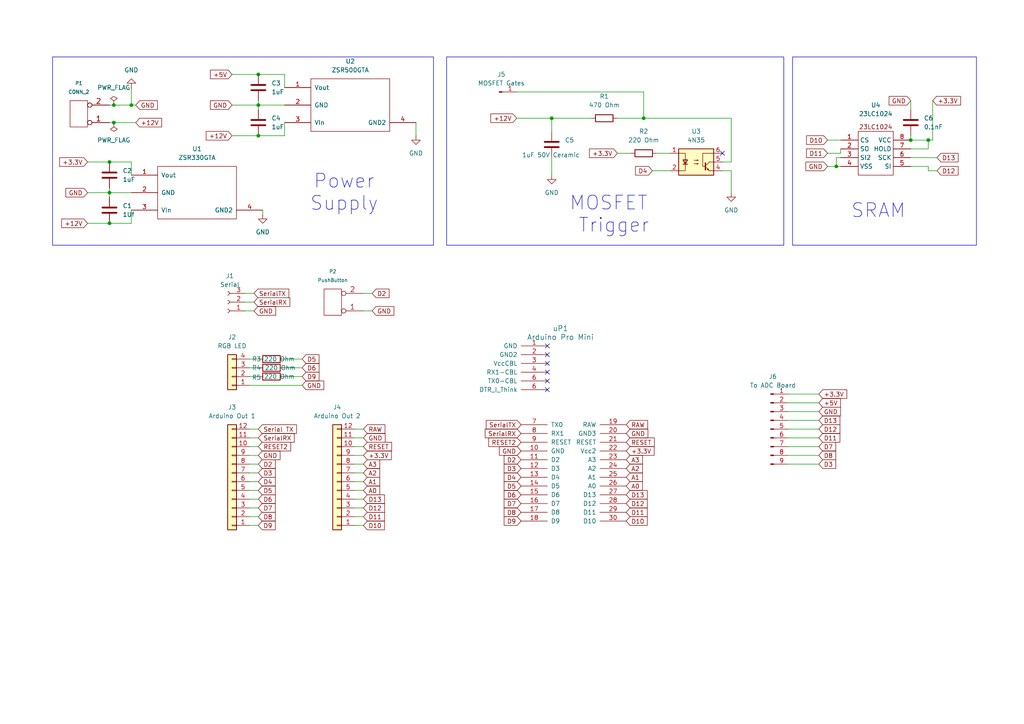
<source format=kicad_sch>
(kicad_sch (version 20231120) (generator "eeschema") (generator_version "8.0")
  (paper "A4")
  (title_block (title "PPM Pulse Controller") (date "2024-10-06") (rev "1.0") (company "Quentin McDonald"))
  (lib_symbols
    (symbol "Connector:Conn_01x01_Pin" (pin_names (offset 1.016) hide)
      (property "Reference" "J" (at 0 2.54 0))
      (property "Value" "Conn_01x01_Pin" (at 0 -2.54 0))
      (symbol "Conn_01x01_Pin_1_1"
        (polyline (pts (xy 1.27 0) (xy 0.8636 0)) (stroke (width 0.1524)))
        (rectangle (start 0.8636 0.127) (end 0 -0.127) (stroke (width 0.1524)) (fill (type outline)))
        (pin passive line (at 5.08 0 180) (length 3.81) (name "Pin_1") (number "1"))
      )
    )
    (symbol "Connector:Conn_01x03_Socket" (pin_names (offset 1.016) hide)
      (property "Reference" "J" (at 0 5.08 0))
      (property "Value" "Conn_01x03_Socket" (at 0 -5.08 0))
      (symbol "Conn_01x03_Socket_1_1"
        (arc (start 0 -2.032) (mid -0.5058 -2.54) (end 0 -3.048) (stroke (width 0.1524)))
        (polyline (pts (xy -1.27 -2.54) (xy -0.508 -2.54)) (stroke (width 0.1524)))
        (polyline (pts (xy -1.27 0) (xy -0.508 0)) (stroke (width 0.1524)))
        (polyline (pts (xy -1.27 2.54) (xy -0.508 2.54)) (stroke (width 0.1524)))
        (arc (start 0 0.508) (mid -0.5058 0) (end 0 -0.508) (stroke (width 0.1524)))
        (arc (start 0 3.048) (mid -0.5058 2.54) (end 0 2.032) (stroke (width 0.1524)))
        (pin passive line (at -5.08 2.54 0) (length 3.81) (name "Pin_1") (number "1"))
        (pin passive line (at -5.08 0 0) (length 3.81) (name "Pin_2") (number "2"))
        (pin passive line (at -5.08 -2.54 0) (length 3.81) (name "Pin_3") (number "3"))
      )
    )
    (symbol "Connector:Conn_01x09_Pin" (pin_names (offset 1.016) hide)
      (property "Reference" "J" (at 0 12.7 0))
      (property "Value" "Conn_01x09_Pin" (at 0 -12.7 0))
      (symbol "Conn_01x09_Pin_1_1"
        (polyline (pts (xy 1.27 -10.16) (xy 0.8636 -10.16)) (stroke (width 0.1524)))
        (polyline (pts (xy 1.27 -7.62) (xy 0.8636 -7.62)) (stroke (width 0.1524)))
        (polyline (pts (xy 1.27 -5.08) (xy 0.8636 -5.08)) (stroke (width 0.1524)))
        (polyline (pts (xy 1.27 -2.54) (xy 0.8636 -2.54)) (stroke (width 0.1524)))
        (polyline (pts (xy 1.27 0) (xy 0.8636 0)) (stroke (width 0.1524)))
        (polyline (pts (xy 1.27 2.54) (xy 0.8636 2.54)) (stroke (width 0.1524)))
        (polyline (pts (xy 1.27 5.08) (xy 0.8636 5.08)) (stroke (width 0.1524)))
        (polyline (pts (xy 1.27 7.62) (xy 0.8636 7.62)) (stroke (width 0.1524)))
        (polyline (pts (xy 1.27 10.16) (xy 0.8636 10.16)) (stroke (width 0.1524)))
        (rectangle (start 0.8636 -10.033) (end 0 -10.287) (stroke (width 0.1524)) (fill (type outline)))
        (rectangle (start 0.8636 -7.493) (end 0 -7.747) (stroke (width 0.1524)) (fill (type outline)))
        (rectangle (start 0.8636 -4.953) (end 0 -5.207) (stroke (width 0.1524)) (fill (type outline)))
        (rectangle (start 0.8636 -2.413) (end 0 -2.667) (stroke (width 0.1524)) (fill (type outline)))
        (rectangle (start 0.8636 0.127) (end 0 -0.127) (stroke (width 0.1524)) (fill (type outline)))
        (rectangle (start 0.8636 2.667) (end 0 2.413) (stroke (width 0.1524)) (fill (type outline)))
        (rectangle (start 0.8636 5.207) (end 0 4.953) (stroke (width 0.1524)) (fill (type outline)))
        (rectangle (start 0.8636 7.747) (end 0 7.493) (stroke (width 0.1524)) (fill (type outline)))
        (rectangle (start 0.8636 10.287) (end 0 10.033) (stroke (width 0.1524)) (fill (type outline)))
        (pin passive line (at 5.08 10.16 180) (length 3.81) (name "Pin_1") (number "1"))
        (pin passive line (at 5.08 7.62 180) (length 3.81) (name "Pin_2") (number "2"))
        (pin passive line (at 5.08 5.08 180) (length 3.81) (name "Pin_3") (number "3"))
        (pin passive line (at 5.08 2.54 180) (length 3.81) (name "Pin_4") (number "4"))
        (pin passive line (at 5.08 0 180) (length 3.81) (name "Pin_5") (number "5"))
        (pin passive line (at 5.08 -2.54 180) (length 3.81) (name "Pin_6") (number "6"))
        (pin passive line (at 5.08 -5.08 180) (length 3.81) (name "Pin_7") (number "7"))
        (pin passive line (at 5.08 -7.62 180) (length 3.81) (name "Pin_8") (number "8"))
        (pin passive line (at 5.08 -10.16 180) (length 3.81) (name "Pin_9") (number "9"))
      )
    )
    (symbol "Connector_Generic:Conn_01x04" (pin_names (offset 1.016) hide)
      (property "Reference" "J" (at 0 5.08 0))
      (property "Value" "Conn_01x04" (at 0 -7.62 0))
      (symbol "Conn_01x04_1_1"
        (rectangle (start -1.27 -4.953) (end 0 -5.207) (stroke (width 0.1524)))
        (rectangle (start -1.27 -2.413) (end 0 -2.667) (stroke (width 0.1524)))
        (rectangle (start -1.27 0.127) (end 0 -0.127) (stroke (width 0.1524)))
        (rectangle (start -1.27 2.667) (end 0 2.413) (stroke (width 0.1524)))
        (rectangle (start -1.27 3.81) (end 1.27 -6.35) (stroke (width 0.254)) (fill (type background)))
        (pin passive line (at -5.08 2.54 0) (length 3.81) (name "Pin_1") (number "1"))
        (pin passive line (at -5.08 0 0) (length 3.81) (name "Pin_2") (number "2"))
        (pin passive line (at -5.08 -2.54 0) (length 3.81) (name "Pin_3") (number "3"))
        (pin passive line (at -5.08 -5.08 0) (length 3.81) (name "Pin_4") (number "4"))
      )
    )
    (symbol "Connector_Generic:Conn_01x12" (pin_names (offset 1.016) hide)
      (property "Reference" "J" (at 0 15.24 0))
      (property "Value" "Conn_01x12" (at 0 -17.78 0))
      (symbol "Conn_01x12_1_1"
        (rectangle (start -1.27 -15.113) (end 0 -15.367) (stroke (width 0.1524)))
        (rectangle (start -1.27 -12.573) (end 0 -12.827) (stroke (width 0.1524)))
        (rectangle (start -1.27 -10.033) (end 0 -10.287) (stroke (width 0.1524)))
        (rectangle (start -1.27 -7.493) (end 0 -7.747) (stroke (width 0.1524)))
        (rectangle (start -1.27 -4.953) (end 0 -5.207) (stroke (width 0.1524)))
        (rectangle (start -1.27 -2.413) (end 0 -2.667) (stroke (width 0.1524)))
        (rectangle (start -1.27 0.127) (end 0 -0.127) (stroke (width 0.1524)))
        (rectangle (start -1.27 2.667) (end 0 2.413) (stroke (width 0.1524)))
        (rectangle (start -1.27 5.207) (end 0 4.953) (stroke (width 0.1524)))
        (rectangle (start -1.27 7.747) (end 0 7.493) (stroke (width 0.1524)))
        (rectangle (start -1.27 10.287) (end 0 10.033) (stroke (width 0.1524)))
        (rectangle (start -1.27 12.827) (end 0 12.573) (stroke (width 0.1524)))
        (rectangle (start -1.27 13.97) (end 1.27 -16.51) (stroke (width 0.254)) (fill (type background)))
        (pin passive line (at -5.08 12.7 0) (length 3.81) (name "Pin_1") (number "1"))
        (pin passive line (at -5.08 -10.16 0) (length 3.81) (name "Pin_10") (number "10"))
        (pin passive line (at -5.08 -12.7 0) (length 3.81) (name "Pin_11") (number "11"))
        (pin passive line (at -5.08 -15.24 0) (length 3.81) (name "Pin_12") (number "12"))
        (pin passive line (at -5.08 10.16 0) (length 3.81) (name "Pin_2") (number "2"))
        (pin passive line (at -5.08 7.62 0) (length 3.81) (name "Pin_3") (number "3"))
        (pin passive line (at -5.08 5.08 0) (length 3.81) (name "Pin_4") (number "4"))
        (pin passive line (at -5.08 2.54 0) (length 3.81) (name "Pin_5") (number "5"))
        (pin passive line (at -5.08 0 0) (length 3.81) (name "Pin_6") (number "6"))
        (pin passive line (at -5.08 -2.54 0) (length 3.81) (name "Pin_7") (number "7"))
        (pin passive line (at -5.08 -5.08 0) (length 3.81) (name "Pin_8") (number "8"))
        (pin passive line (at -5.08 -7.62 0) (length 3.81) (name "Pin_9") (number "9"))
      )
    )
    (symbol "DQM:23LC1024"
      (property "Reference" "U" (at 0 10.16 0))
      (symbol "23LC1024_0_1"
        (rectangle (start -5.08 6.35) (end 5.08 -6.35))
      )
      (symbol "23LC1024_1_1"
        (text "23LC1024" (at 0 7.62 0) (effects (font (size 1.27 1.27))))
        (pin input line (at -10.16 3.81 0) (length 5.08) (name "CS") (number "1"))
        (pin output line (at -10.16 1.27 0) (length 5.08) (name "SO") (number "2"))
        (pin input line (at -10.16 -1.27 0) (length 5.08) (name "SI2") (number "3"))
        (pin power_in line (at -10.16 -3.81 0) (length 5.08) (name "VSS") (number "4"))
        (pin input line (at 10.16 -3.81 180) (length 5.08) (name "SI") (number "5"))
        (pin input line (at 10.16 -1.27 180) (length 5.08) (name "SCK") (number "6"))
        (pin input line (at 10.16 1.27 180) (length 5.08) (name "HOLD") (number "7"))
        (pin power_in line (at 10.16 3.81 180) (length 5.08) (name "VCC") (number "8"))
      )
    )
    (symbol "DQM:ARDUPROMINI" (pin_names (offset 1.016))
      (property "Reference" "uP" (at -5.08 -2.54 0))
      (property "Value" "ARDUPROMINI" (at 0 0 0))
      (symbol "ARDUPROMINI_1_1"
        (pin unspecified line (at -22.86 -5.08 180) (length 7.62) (name "GND") (number "1"))
        (pin unspecified line (at -30.48 -35.56 0) (length 7.62) (name "GND") (number "10"))
        (pin bidirectional line (at -30.48 -38.1 0) (length 7.62) (name "D2") (number "11"))
        (pin bidirectional line (at -30.48 -40.64 0) (length 7.62) (name "D3") (number "12"))
        (pin bidirectional line (at -30.48 -43.18 0) (length 7.62) (name "D4") (number "13"))
        (pin bidirectional line (at -30.48 -45.72 0) (length 7.62) (name "D5") (number "14"))
        (pin bidirectional line (at -30.48 -48.26 0) (length 7.62) (name "D6") (number "15"))
        (pin bidirectional line (at -30.48 -50.8 0) (length 7.62) (name "D7") (number "16"))
        (pin bidirectional line (at -30.48 -53.34 0) (length 7.62) (name "D8") (number "17"))
        (pin bidirectional line (at -30.48 -55.88 0) (length 7.62) (name "D9") (number "18"))
        (pin unspecified line (at 0 -27.94 180) (length 7.62) (name "RAW") (number "19"))
        (pin unspecified line (at -22.86 -7.62 180) (length 7.62) (name "GND2") (number "2"))
        (pin unspecified line (at 0 -30.48 180) (length 7.62) (name "GND3") (number "20"))
        (pin input line (at 0 -33.02 180) (length 7.62) (name "RESET") (number "21"))
        (pin unspecified line (at 0 -35.56 180) (length 7.62) (name "Vcc2") (number "22"))
        (pin bidirectional line (at 0 -38.1 180) (length 7.62) (name "A3") (number "23"))
        (pin bidirectional line (at 0 -40.64 180) (length 7.62) (name "A2") (number "24"))
        (pin bidirectional line (at 0 -43.18 180) (length 7.62) (name "A1") (number "25"))
        (pin bidirectional line (at 0 -45.72 180) (length 7.62) (name "A0") (number "26"))
        (pin bidirectional line (at 0 -48.26 180) (length 7.62) (name "D13") (number "27"))
        (pin input line (at 0 -50.8 180) (length 7.62) (name "D12") (number "28"))
        (pin bidirectional line (at 0 -53.34 180) (length 7.62) (name "D11") (number "29"))
        (pin power_in line (at -22.86 -10.16 180) (length 7.62) (name "VccCBL") (number "3"))
        (pin bidirectional line (at 0 -55.88 180) (length 7.62) (name "D10") (number "30"))
        (pin unspecified line (at -22.86 -12.7 180) (length 7.62) (name "RX1-CBL") (number "4"))
        (pin unspecified line (at -22.86 -17.78 180) (length 7.62) (name "DTR_I_Think") (number "6"))
        (pin unspecified line (at -22.86 -15.24 180) (length 7.62) (name "TX0-CBL") (number "6"))
        (pin bidirectional line (at -30.48 -27.94 0) (length 7.62) (name "TX0") (number "7"))
        (pin bidirectional line (at -30.48 -30.48 0) (length 7.62) (name "RX1") (number "8"))
        (pin input line (at -30.48 -33.02 0) (length 7.62) (name "RESET") (number "9"))
      )
    )
    (symbol "DQM:CONN_2" (pin_names (offset 1.016) hide)
      (property "Reference" "P" (at -1.27 0 90))
      (property "Value" "CONN_2" (at 1.27 0 90))
      (symbol "CONN_2_0_1"
        (rectangle (start -2.54 3.81) (end 2.54 -3.81))
      )
      (symbol "CONN_2_1_1"
        (pin passive inverted (at -8.89 2.54 0) (length 6.35) (name "VCC") (number "1"))
        (pin passive inverted (at -8.89 -2.54 0) (length 6.35) (name "GND") (number "2"))
      )
    )
    (symbol "DQM:ZSR330GTA" (pin_names (offset 1.016))
      (property "Reference" "U" (at 0 -2.54 0))
      (property "Value" "ZSR330GTA" (at 0 2.54 0))
      (symbol "ZSR330GTA_1_0"
        (rectangle (start -11.43 7.62) (end 11.43 -7.62))
      )
      (symbol "ZSR330GTA_1_1"
        (pin power_out line (at -19.05 5.08 0) (length 7.62) (name "Vout") (number "1"))
        (pin input line (at -19.05 0 0) (length 7.62) (name "GND") (number "2"))
        (pin power_in line (at -19.05 -5.08 0) (length 7.62) (name "VIn") (number "3"))
        (pin input line (at 19.05 -5.08 180) (length 7.62) (name "GND2") (number "4"))
      )
    )
    (symbol "DQM:ZSR500GTA" (pin_names (offset 1.016))
      (property "Reference" "U" (at 0 -2.54 0))
      (property "Value" "ZSR500GTA" (at 0 2.54 0))
      (symbol "ZSR500GTA_1_0"
        (rectangle (start -11.43 7.62) (end 11.43 -7.62))
      )
      (symbol "ZSR500GTA_1_1"
        (pin power_out line (at -19.05 5.08 0) (length 7.62) (name "Vout") (number "1"))
        (pin input line (at -19.05 0 0) (length 7.62) (name "GND") (number "2"))
        (pin power_in line (at -19.05 -5.08 0) (length 7.62) (name "VIn") (number "3"))
        (pin input line (at 19.05 -5.08 180) (length 7.62) (name "GND2") (number "4"))
      )
    )
    (symbol "Device:C" (pin_numbers hide) (pin_names (offset 0.254))
      (property "Reference" "C" (at 0.635 2.54 0))
      (property "Value" "C" (at 0.635 -2.54 0))
      (symbol "C_0_1"
        (polyline (pts (xy -2.032 -0.762) (xy 2.032 -0.762)) (stroke (width 0.508)))
        (polyline (pts (xy -2.032 0.762) (xy 2.032 0.762)) (stroke (width 0.508)))
      )
      (symbol "C_1_1"
        (pin passive line (at 0 3.81 270) (length 2.794) (name "~") (number "1"))
        (pin passive line (at 0 -3.81 90) (length 2.794) (name "~") (number "2"))
      )
    )
    (symbol "Device:R" (pin_numbers hide) (pin_names (offset 0))
      (property "Reference" "R" (at 2.032 0 90))
      (property "Value" "R" (at 0 0 90))
      (symbol "R_0_1"
        (rectangle (start -1.016 -2.54) (end 1.016 2.54) (stroke (width 0.254)))
      )
      (symbol "R_1_1"
        (pin passive line (at 0 3.81 270) (length 1.27) (name "~") (number "1"))
        (pin passive line (at 0 -3.81 90) (length 1.27) (name "~") (number "2"))
      )
    )
    (symbol "Isolator:4N35" (pin_names (offset 1.016))
      (property "Reference" "U" (at -5.08 5.08 0))
      (property "Value" "4N35" (at 0 5.08 0))
      (symbol "4N35_0_1"
        (rectangle (start -5.08 3.81) (end 5.08 -3.81) (stroke (width 0.254)) (fill (type background)))
        (polyline (pts (xy -3.81 -0.635) (xy -2.54 -0.635)) (stroke (width 0.254)))
        (polyline (pts (xy 2.667 -1.397) (xy 3.81 -2.54)))
        (polyline (pts (xy 2.667 -1.143) (xy 3.81 0)))
        (polyline (pts (xy 3.81 -2.54) (xy 5.08 -2.54)))
        (polyline (pts (xy 3.81 0) (xy 5.08 0)))
        (polyline (pts (xy 2.667 -0.254) (xy 2.667 -2.286) (xy 2.667 -2.286)) (stroke (width 0.3556)))
        (polyline (pts (xy -5.08 -2.54) (xy -3.175 -2.54) (xy -3.175 2.54) (xy -5.08 2.54)))
        (polyline (pts (xy -3.175 -0.635) (xy -3.81 0.635) (xy -2.54 0.635) (xy -3.175 -0.635)) (stroke (width 0.254)))
        (polyline (pts (xy 3.683 -2.413) (xy 3.429 -1.905) (xy 3.175 -2.159) (xy 3.683 -2.413)))
        (polyline (pts (xy 5.08 2.54) (xy 1.905 2.54) (xy 1.905 -1.27) (xy 2.54 -1.27)))
        (polyline (pts (xy -0.635 -0.508) (xy 0.635 -0.508) (xy 0.254 -0.635) (xy 0.254 -0.381) (xy 0.635 -0.508)))
        (polyline (pts (xy -0.635 0.508) (xy 0.635 0.508) (xy 0.254 0.381) (xy 0.254 0.635) (xy 0.635 0.508)))
      )
      (symbol "4N35_1_1"
        (pin passive line (at -7.62 2.54 0) (length 2.54) (name "~") (number "1"))
        (pin passive line (at -7.62 -2.54 0) (length 2.54) (name "~") (number "2"))
        (pin no_connect line (at -5.08 0 0) (length 2.54) hide (name "NC") (number "3"))
        (pin passive line (at 7.62 -2.54 180) (length 2.54) (name "~") (number "4"))
        (pin passive line (at 7.62 0 180) (length 2.54) (name "~") (number "5"))
        (pin passive line (at 7.62 2.54 180) (length 2.54) (name "~") (number "6"))
      )
    )
    (symbol "power:GND" (power) (pin_numbers hide) (pin_names (offset 0) hide)
      (property "Value" "GND" (at 0 -3.81 0))
      (symbol "GND_0_1"
        (polyline (pts (xy 0 0) (xy 0 -1.27) (xy 1.27 -1.27) (xy 0 -2.54) (xy -1.27 -1.27) (xy 0 -1.27)))
      )
      (symbol "GND_1_1"
        (pin power_in line (at 0 0 270) (length 0) (name "~") (number "1"))
      )
    )
    (symbol "power:PWR_FLAG" (power) (pin_numbers hide) (pin_names (offset 0) hide)
      (property "Value" "PWR_FLAG" (at 0 3.81 0))
      (symbol "PWR_FLAG_0_0"
        (pin power_out line (at 0 0 90) (length 0) (name "~") (number "1"))
      )
      (symbol "PWR_FLAG_0_1"
        (polyline (pts (xy 0 0) (xy 0 1.27) (xy -1.016 1.905) (xy 0 2.54) (xy 1.016 1.905) (xy 0 1.27)))
      )
    )
  )
  (junction (at 31.75 64.77))
  (junction (at 186.69 34.29))
  (junction (at 33.02 30.48))
  (junction (at 38.1 30.48))
  (junction (at 31.75 46.99))
  (junction (at 74.93 39.37))
  (junction (at 33.02 35.56))
  (junction (at 264.16 40.64))
  (junction (at 160.02 34.29))
  (junction (at 242.57 48.26))
  (junction (at 269.24 40.64))
  (junction (at 31.75 55.88))
  (junction (at 74.93 21.59))
  (junction (at 74.93 30.48))
  (no_connect (at 158.75 100.33))
  (no_connect (at 158.75 107.95))
  (no_connect (at 158.75 113.03))
  (no_connect (at 209.55 44.45))
  (no_connect (at 158.75 105.41))
  (no_connect (at 158.75 110.49))
  (no_connect (at 158.75 102.87))
  (wire (pts (xy 240.03 40.64) (xy 243.84 40.64)))
  (wire (pts (xy 186.69 26.67) (xy 186.69 34.29)))
  (wire (pts (xy 102.87 152.4) (xy 105.41 152.4)))
  (wire (pts (xy 269.24 49.53) (xy 271.78 49.53)))
  (wire (pts (xy 31.75 64.77) (xy 38.1 64.77)))
  (wire (pts (xy 269.24 40.64) (xy 269.24 43.18)))
  (wire (pts (xy 74.93 21.59) (xy 82.55 21.59)))
  (wire (pts (xy 228.6 127) (xy 237.49 127)))
  (wire (pts (xy 149.86 34.29) (xy 160.02 34.29)))
  (wire (pts (xy 72.39 132.08) (xy 74.93 132.08)))
  (wire (pts (xy 74.93 39.37) (xy 82.55 39.37)))
  (wire (pts (xy 160.02 45.72) (xy 160.02 50.8)))
  (wire (pts (xy 71.12 90.17) (xy 73.66 90.17)))
  (wire (pts (xy 102.87 144.78) (xy 105.41 144.78)))
  (wire (pts (xy 102.87 142.24) (xy 105.41 142.24)))
  (wire (pts (xy 149.86 26.67) (xy 186.69 26.67)))
  (wire (pts (xy 242.57 48.26) (xy 243.84 48.26)))
  (wire (pts (xy 76.2 60.96) (xy 76.2 62.23)))
  (wire (pts (xy 243.84 44.45) (xy 240.03 44.45)))
  (wire (pts (xy 82.55 104.14) (xy 87.63 104.14)))
  (wire (pts (xy 189.23 49.53) (xy 194.31 49.53)))
  (wire (pts (xy 228.6 124.46) (xy 237.49 124.46)))
  (wire (pts (xy 269.24 48.26) (xy 269.24 49.53)))
  (wire (pts (xy 120.65 35.56) (xy 120.65 39.37)))
  (wire (pts (xy 102.87 127) (xy 105.41 127)))
  (wire (pts (xy 38.1 60.96) (xy 38.1 64.77)))
  (wire (pts (xy 228.6 116.84) (xy 237.49 116.84)))
  (wire (pts (xy 72.39 129.54) (xy 74.93 129.54)))
  (wire (pts (xy 264.16 45.72) (xy 271.78 45.72)))
  (wire (pts (xy 72.39 111.76) (xy 87.63 111.76)))
  (wire (pts (xy 243.84 43.18) (xy 243.84 44.45)))
  (wire (pts (xy 72.39 106.68) (xy 74.93 106.68)))
  (wire (pts (xy 38.1 50.8) (xy 38.1 46.99)))
  (wire (pts (xy 102.87 134.62) (xy 105.41 134.62)))
  (wire (pts (xy 269.24 40.64) (xy 264.16 40.64)))
  (wire (pts (xy 74.93 30.48) (xy 74.93 31.75)))
  (wire (pts (xy 212.09 34.29) (xy 212.09 46.99)))
  (wire (pts (xy 38.1 25.4) (xy 38.1 30.48)))
  (wire (pts (xy 71.12 85.09) (xy 73.66 85.09)))
  (wire (pts (xy 71.12 87.63) (xy 73.66 87.63)))
  (wire (pts (xy 228.6 132.08) (xy 237.49 132.08)))
  (wire (pts (xy 31.75 35.56) (xy 33.02 35.56)))
  (wire (pts (xy 31.75 46.99) (xy 38.1 46.99)))
  (wire (pts (xy 102.87 129.54) (xy 105.41 129.54)))
  (wire (pts (xy 82.55 35.56) (xy 82.55 39.37)))
  (wire (pts (xy 74.93 29.21) (xy 74.93 30.48)))
  (wire (pts (xy 179.07 44.45) (xy 182.88 44.45)))
  (wire (pts (xy 264.16 29.21) (xy 264.16 31.75)))
  (wire (pts (xy 72.39 109.22) (xy 74.93 109.22)))
  (wire (pts (xy 270.51 29.21) (xy 270.51 40.64)))
  (wire (pts (xy 72.39 137.16) (xy 74.93 137.16)))
  (wire (pts (xy 190.5 44.45) (xy 194.31 44.45)))
  (wire (pts (xy 33.02 35.56) (xy 39.37 35.56)))
  (wire (pts (xy 228.6 119.38) (xy 237.49 119.38)))
  (wire (pts (xy 31.75 55.88) (xy 31.75 57.15)))
  (wire (pts (xy 72.39 142.24) (xy 74.93 142.24)))
  (wire (pts (xy 209.55 49.53) (xy 212.09 49.53)))
  (wire (pts (xy 186.69 34.29) (xy 212.09 34.29)))
  (wire (pts (xy 82.55 25.4) (xy 82.55 21.59)))
  (wire (pts (xy 25.4 64.77) (xy 31.75 64.77)))
  (wire (pts (xy 264.16 48.26) (xy 269.24 48.26)))
  (wire (pts (xy 31.75 55.88) (xy 38.1 55.88)))
  (wire (pts (xy 82.55 106.68) (xy 87.63 106.68)))
  (wire (pts (xy 72.39 152.4) (xy 74.93 152.4)))
  (wire (pts (xy 74.93 30.48) (xy 82.55 30.48)))
  (wire (pts (xy 102.87 139.7) (xy 105.41 139.7)))
  (wire (pts (xy 25.4 46.99) (xy 31.75 46.99)))
  (wire (pts (xy 82.55 109.22) (xy 87.63 109.22)))
  (wire (pts (xy 72.39 147.32) (xy 74.93 147.32)))
  (wire (pts (xy 67.31 39.37) (xy 74.93 39.37)))
  (wire (pts (xy 160.02 34.29) (xy 171.45 34.29)))
  (wire (pts (xy 243.84 45.72) (xy 242.57 45.72)))
  (wire (pts (xy 105.41 85.09) (xy 107.95 85.09)))
  (wire (pts (xy 72.39 124.46) (xy 74.93 124.46)))
  (wire (pts (xy 31.75 30.48) (xy 33.02 30.48)))
  (wire (pts (xy 179.07 34.29) (xy 186.69 34.29)))
  (wire (pts (xy 67.31 21.59) (xy 74.93 21.59)))
  (wire (pts (xy 228.6 121.92) (xy 237.49 121.92)))
  (wire (pts (xy 160.02 34.29) (xy 160.02 38.1)))
  (wire (pts (xy 72.39 104.14) (xy 74.93 104.14)))
  (wire (pts (xy 25.4 55.88) (xy 31.75 55.88)))
  (wire (pts (xy 31.75 54.61) (xy 31.75 55.88)))
  (wire (pts (xy 102.87 149.86) (xy 105.41 149.86)))
  (wire (pts (xy 102.87 137.16) (xy 105.41 137.16)))
  (wire (pts (xy 102.87 124.46) (xy 105.41 124.46)))
  (wire (pts (xy 242.57 45.72) (xy 242.57 48.26)))
  (wire (pts (xy 72.39 134.62) (xy 74.93 134.62)))
  (wire (pts (xy 212.09 46.99) (xy 209.55 46.99)))
  (wire (pts (xy 72.39 149.86) (xy 74.93 149.86)))
  (wire (pts (xy 240.03 48.26) (xy 242.57 48.26)))
  (wire (pts (xy 38.1 30.48) (xy 39.37 30.48)))
  (wire (pts (xy 269.24 43.18) (xy 264.16 43.18)))
  (wire (pts (xy 67.31 30.48) (xy 74.93 30.48)))
  (wire (pts (xy 72.39 139.7) (xy 74.93 139.7)))
  (wire (pts (xy 72.39 144.78) (xy 74.93 144.78)))
  (wire (pts (xy 105.41 90.17) (xy 107.95 90.17)))
  (wire (pts (xy 72.39 127) (xy 74.93 127)))
  (wire (pts (xy 212.09 49.53) (xy 212.09 55.88)))
  (wire (pts (xy 264.16 39.37) (xy 264.16 40.64)))
  (wire (pts (xy 102.87 132.08) (xy 105.41 132.08)))
  (wire (pts (xy 228.6 129.54) (xy 237.49 129.54)))
  (wire (pts (xy 228.6 134.62) (xy 237.49 134.62)))
  (wire (pts (xy 270.51 40.64) (xy 269.24 40.64)))
  (wire (pts (xy 33.02 30.48) (xy 38.1 30.48)))
  (wire (pts (xy 228.6 114.3) (xy 237.49 114.3)))
  (wire (pts (xy 102.87 147.32) (xy 105.41 147.32)))
  (rectangle (start 229.87 16.51) (end 283.21 71.12))
  (rectangle (start 129.54 16.51) (end 227.33 71.12))
  (rectangle (start 15.24 16.51) (end 125.73 71.12))
  (text "MOSFET \nTrigger" (at 178.054 62.23 0) (effects (font (size 4 4))))
  (text "Power\nSupply" (at 99.822 55.88 0) (effects (font (size 4 4))))
  (text "SRAM\n" (at 254.762 61.214 0) (effects (font (size 4 4))))
  (global_label "D2" (shape input) (at 107.95 85.09 0) (property "Intersheetrefs" "${INTERSHEET_REFS}" (effects (hide yes))))
  (global_label "+12V" (shape input) (at 25.4 64.77 180) (property "Intersheetrefs" "${INTERSHEET_REFS}" (effects (hide yes))))
  (global_label "D4" (shape input) (at 189.23 49.53 180) (property "Intersheetrefs" "${INTERSHEET_REFS}" (effects (hide yes))))
  (global_label "A0" (shape input) (at 105.41 142.24 0) (property "Intersheetrefs" "${INTERSHEET_REFS}" (effects (hide yes))))
  (global_label "A3" (shape input) (at 105.41 134.62 0) (property "Intersheetrefs" "${INTERSHEET_REFS}" (effects (hide yes))))
  (global_label "D9" (shape input) (at 74.93 152.4 0) (property "Intersheetrefs" "${INTERSHEET_REFS}" (effects (hide yes))))
  (global_label "+3.3V" (shape input) (at 105.41 132.08 0) (property "Intersheetrefs" "${INTERSHEET_REFS}" (effects (hide yes))))
  (global_label "RAW" (shape input) (at 181.61 123.19 0) (property "Intersheetrefs" "${INTERSHEET_REFS}" (effects (hide yes))))
  (global_label "SerialRX" (shape input) (at 74.93 127 0) (property "Intersheetrefs" "${INTERSHEET_REFS}" (effects (hide yes))))
  (global_label "SerialRX" (shape input) (at 151.13 125.73 180) (property "Intersheetrefs" "${INTERSHEET_REFS}" (effects (hide yes))))
  (global_label "D8" (shape input) (at 237.49 132.08 0) (property "Intersheetrefs" "${INTERSHEET_REFS}" (effects (hide yes))))
  (global_label "A2" (shape input) (at 181.61 135.89 0) (property "Intersheetrefs" "${INTERSHEET_REFS}" (effects (hide yes))))
  (global_label "D6" (shape input) (at 87.63 106.68 0) (property "Intersheetrefs" "${INTERSHEET_REFS}" (effects (hide yes))))
  (global_label "GND" (shape input) (at 39.37 30.48 0) (property "Intersheetrefs" "${INTERSHEET_REFS}" (effects (hide yes))))
  (global_label "D4" (shape input) (at 151.13 138.43 180) (property "Intersheetrefs" "${INTERSHEET_REFS}" (effects (hide yes))))
  (global_label "+5V" (shape input) (at 67.31 21.59 180) (property "Intersheetrefs" "${INTERSHEET_REFS}" (effects (hide yes))))
  (global_label "D13" (shape input) (at 105.41 144.78 0) (property "Intersheetrefs" "${INTERSHEET_REFS}" (effects (hide yes))))
  (global_label "D11" (shape input) (at 105.41 149.86 0) (property "Intersheetrefs" "${INTERSHEET_REFS}" (effects (hide yes))))
  (global_label "GND" (shape input) (at 107.95 90.17 0) (property "Intersheetrefs" "${INTERSHEET_REFS}" (effects (hide yes))))
  (global_label "RESET" (shape input) (at 181.61 128.27 0) (property "Intersheetrefs" "${INTERSHEET_REFS}" (effects (hide yes))))
  (global_label "A1" (shape input) (at 105.41 139.7 0) (property "Intersheetrefs" "${INTERSHEET_REFS}" (effects (hide yes))))
  (global_label "D10" (shape input) (at 240.03 40.64 180) (property "Intersheetrefs" "${INTERSHEET_REFS}" (effects (hide yes))))
  (global_label "+3.3V" (shape input) (at 25.4 46.99 180) (property "Intersheetrefs" "${INTERSHEET_REFS}" (effects (hide yes))))
  (global_label "GND" (shape input) (at 73.66 90.17 0) (property "Intersheetrefs" "${INTERSHEET_REFS}" (effects (hide yes))))
  (global_label "GND" (shape input) (at 240.03 48.26 180) (property "Intersheetrefs" "${INTERSHEET_REFS}" (effects (hide yes))))
  (global_label "+5V" (shape input) (at 237.49 116.84 0) (property "Intersheetrefs" "${INTERSHEET_REFS}" (effects (hide yes))))
  (global_label "RESET" (shape input) (at 105.41 129.54 0) (property "Intersheetrefs" "${INTERSHEET_REFS}" (effects (hide yes))))
  (global_label "D7" (shape input) (at 237.49 129.54 0) (property "Intersheetrefs" "${INTERSHEET_REFS}" (effects (hide yes))))
  (global_label "A1" (shape input) (at 181.61 138.43 0) (property "Intersheetrefs" "${INTERSHEET_REFS}" (effects (hide yes))))
  (global_label "RESET2" (shape input) (at 151.13 128.27 180) (property "Intersheetrefs" "${INTERSHEET_REFS}" (effects (hide yes))))
  (global_label "A0" (shape input) (at 181.61 140.97 0) (property "Intersheetrefs" "${INTERSHEET_REFS}" (effects (hide yes))))
  (global_label "GND" (shape input) (at 237.49 119.38 0) (property "Intersheetrefs" "${INTERSHEET_REFS}" (effects (hide yes))))
  (global_label "D3" (shape input) (at 237.49 134.62 0) (property "Intersheetrefs" "${INTERSHEET_REFS}" (effects (hide yes))))
  (global_label "+3.3V" (shape input) (at 237.49 114.3 0) (property "Intersheetrefs" "${INTERSHEET_REFS}" (effects (hide yes))))
  (global_label "GND" (shape input) (at 67.31 30.48 180) (property "Intersheetrefs" "${INTERSHEET_REFS}" (effects (hide yes))))
  (global_label "D11" (shape input) (at 237.49 127 0) (property "Intersheetrefs" "${INTERSHEET_REFS}" (effects (hide yes))))
  (global_label "D12" (shape input) (at 105.41 147.32 0) (property "Intersheetrefs" "${INTERSHEET_REFS}" (effects (hide yes))))
  (global_label "GND" (shape input) (at 25.4 55.88 180) (property "Intersheetrefs" "${INTERSHEET_REFS}" (effects (hide yes))))
  (global_label "D8" (shape input) (at 151.13 148.59 180) (property "Intersheetrefs" "${INTERSHEET_REFS}" (effects (hide yes))))
  (global_label "GND" (shape input) (at 264.16 29.21 180) (property "Intersheetrefs" "${INTERSHEET_REFS}" (effects (hide yes))))
  (global_label "GND" (shape input) (at 151.13 130.81 180) (property "Intersheetrefs" "${INTERSHEET_REFS}" (effects (hide yes))))
  (global_label "D9" (shape input) (at 87.63 109.22 0) (property "Intersheetrefs" "${INTERSHEET_REFS}" (effects (hide yes))))
  (global_label "+12V" (shape input) (at 39.37 35.56 0) (property "Intersheetrefs" "${INTERSHEET_REFS}" (effects (hide yes))))
  (global_label "D7" (shape input) (at 74.93 147.32 0) (property "Intersheetrefs" "${INTERSHEET_REFS}" (effects (hide yes))))
  (global_label "A2" (shape input) (at 105.41 137.16 0) (property "Intersheetrefs" "${INTERSHEET_REFS}" (effects (hide yes))))
  (global_label "SerialTX" (shape input) (at 151.13 123.19 180) (property "Intersheetrefs" "${INTERSHEET_REFS}" (effects (hide yes))))
  (global_label "D9" (shape input) (at 151.13 151.13 180) (property "Intersheetrefs" "${INTERSHEET_REFS}" (effects (hide yes))))
  (global_label "Serial TX" (shape input) (at 74.93 124.46 0) (property "Intersheetrefs" "${INTERSHEET_REFS}" (effects (hide yes))))
  (global_label "D7" (shape input) (at 151.13 146.05 180) (property "Intersheetrefs" "${INTERSHEET_REFS}" (effects (hide yes))))
  (global_label "RESET2" (shape input) (at 74.93 129.54 0) (property "Intersheetrefs" "${INTERSHEET_REFS}" (effects (hide yes))))
  (global_label "GND" (shape input) (at 87.63 111.76 0) (property "Intersheetrefs" "${INTERSHEET_REFS}" (effects (hide yes))))
  (global_label "D3" (shape input) (at 74.93 137.16 0) (property "Intersheetrefs" "${INTERSHEET_REFS}" (effects (hide yes))))
  (global_label "D5" (shape input) (at 87.63 104.14 0) (property "Intersheetrefs" "${INTERSHEET_REFS}" (effects (hide yes))))
  (global_label "D6" (shape input) (at 151.13 143.51 180) (property "Intersheetrefs" "${INTERSHEET_REFS}" (effects (hide yes))))
  (global_label "D6" (shape input) (at 74.93 144.78 0) (property "Intersheetrefs" "${INTERSHEET_REFS}" (effects (hide yes))))
  (global_label "D2" (shape input) (at 74.93 134.62 0) (property "Intersheetrefs" "${INTERSHEET_REFS}" (effects (hide yes))))
  (global_label "RAW" (shape input) (at 105.41 124.46 0) (property "Intersheetrefs" "${INTERSHEET_REFS}" (effects (hide yes))))
  (global_label "D8" (shape input) (at 74.93 149.86 0) (property "Intersheetrefs" "${INTERSHEET_REFS}" (effects (hide yes))))
  (global_label "D13" (shape input) (at 237.49 121.92 0) (property "Intersheetrefs" "${INTERSHEET_REFS}" (effects (hide yes))))
  (global_label "+3.3V" (shape input) (at 181.61 130.81 0) (property "Intersheetrefs" "${INTERSHEET_REFS}" (effects (hide yes))))
  (global_label "D11" (shape input) (at 240.03 44.45 180) (property "Intersheetrefs" "${INTERSHEET_REFS}" (effects (hide yes))))
  (global_label "D12" (shape input) (at 271.78 49.53 0) (property "Intersheetrefs" "${INTERSHEET_REFS}" (effects (hide yes))))
  (global_label "D13" (shape input) (at 271.78 45.72 0) (property "Intersheetrefs" "${INTERSHEET_REFS}" (effects (hide yes))))
  (global_label "GND" (shape input) (at 74.93 132.08 0) (property "Intersheetrefs" "${INTERSHEET_REFS}" (effects (hide yes))))
  (global_label "D2" (shape input) (at 151.13 133.35 180) (property "Intersheetrefs" "${INTERSHEET_REFS}" (effects (hide yes))))
  (global_label "A3" (shape input) (at 181.61 133.35 0) (property "Intersheetrefs" "${INTERSHEET_REFS}" (effects (hide yes))))
  (global_label "D5" (shape input) (at 74.93 142.24 0) (property "Intersheetrefs" "${INTERSHEET_REFS}" (effects (hide yes))))
  (global_label "+3.3V" (shape input) (at 179.07 44.45 180) (property "Intersheetrefs" "${INTERSHEET_REFS}" (effects (hide yes))))
  (global_label "SerialTX" (shape input) (at 73.66 85.09 0) (property "Intersheetrefs" "${INTERSHEET_REFS}" (effects (hide yes))))
  (global_label "D4" (shape input) (at 74.93 139.7 0) (property "Intersheetrefs" "${INTERSHEET_REFS}" (effects (hide yes))))
  (global_label "D13" (shape input) (at 181.61 143.51 0) (property "Intersheetrefs" "${INTERSHEET_REFS}" (effects (hide yes))))
  (global_label "D5" (shape input) (at 151.13 140.97 180) (property "Intersheetrefs" "${INTERSHEET_REFS}" (effects (hide yes))))
  (global_label "D10" (shape input) (at 105.41 152.4 0) (property "Intersheetrefs" "${INTERSHEET_REFS}" (effects (hide yes))))
  (global_label "GND" (shape input) (at 181.61 125.73 0) (property "Intersheetrefs" "${INTERSHEET_REFS}" (effects (hide yes))))
  (global_label "D11" (shape input) (at 181.61 148.59 0) (property "Intersheetrefs" "${INTERSHEET_REFS}" (effects (hide yes))))
  (global_label "+3.3V" (shape input) (at 270.51 29.21 0) (property "Intersheetrefs" "${INTERSHEET_REFS}" (effects (hide yes))))
  (global_label "D10" (shape input) (at 181.61 151.13 0) (property "Intersheetrefs" "${INTERSHEET_REFS}" (effects (hide yes))))
  (global_label "GND" (shape input) (at 105.41 127 0) (property "Intersheetrefs" "${INTERSHEET_REFS}" (effects (hide yes))))
  (global_label "SerialRX" (shape input) (at 73.66 87.63 0) (property "Intersheetrefs" "${INTERSHEET_REFS}" (effects (hide yes))))
  (global_label "+12V" (shape input) (at 67.31 39.37 180) (property "Intersheetrefs" "${INTERSHEET_REFS}" (effects (hide yes))))
  (global_label "D12" (shape input) (at 181.61 146.05 0) (property "Intersheetrefs" "${INTERSHEET_REFS}" (effects (hide yes))))
  (global_label "+12V" (shape input) (at 149.86 34.29 180) (property "Intersheetrefs" "${INTERSHEET_REFS}" (effects (hide yes))))
  (global_label "D12" (shape input) (at 237.49 124.46 0) (property "Intersheetrefs" "${INTERSHEET_REFS}" (effects (hide yes))))
  (global_label "D3" (shape input) (at 151.13 135.89 180) (property "Intersheetrefs" "${INTERSHEET_REFS}" (effects (hide yes))))
  (symbol (lib_id "Connector:Conn_01x09_Pin") (at 223.52 124.46 0) (unit 1)
    (property "Reference" "J6" (at 224.155 109.22 0))
    (property "Value" "To ADC Board" (at 224.155 111.76 0))
    (property "Footprint" "Connector_PinHeader_2.54mm:PinHeader_1x09_P2.54mm_Vertical" (effects (hide yes)))
    (property "Description" "Generic connector, single row, 01x09, script generated" (effects (hide yes)))
  )
  (symbol (lib_id "DQM:ZSR500GTA") (at 101.6 30.48 0) (unit 1)
    (property "Reference" "U2" (at 101.6 17.78 0))
    (property "Value" "ZSR500GTA" (at 101.6 20.32 0))
    (property "Footprint" "Package_TO_SOT_SMD:SOT-223" (effects (hide yes)))
    (property "Datasheet" "DOCUMENTATION" (effects (hide yes)))
  )
  (symbol (lib_id "Isolator:4N35") (at 201.93 46.99 0) (unit 1)
    (property "Reference" "U3" (at 201.93 38.1 0))
    (property "Value" "4N35" (at 201.93 40.64 0))
    (property "Footprint" "Package_DIP:DIP-6_W7.62mm_LongPads" (effects (hide yes)))
    (property "Datasheet" "https://www.vishay.com/docs/81181/4n35.pdf" (effects (hide yes)))
    (property "Description" "Optocoupler, Phototransistor Output, with Base Connection, Vce 70V, CTR 100%, Viso 5000V, DIP6" (effects (hide yes)))
  )
  (symbol (lib_id "Device:R") (at 175.26 34.29 90) (unit 1)
    (property "Reference" "R1" (at 175.26 27.94 90))
    (property "Value" "470 Ohm" (at 175.26 30.48 90))
    (property "Footprint" "Resistor_THT:R_Axial_DIN0207_L6.3mm_D2.5mm_P7.62mm_Horizontal" (effects (hide yes)))
    (property "Description" "Resistor" (effects (hide yes)))
  )
  (symbol (lib_id "Device:C") (at 74.93 25.4 0) (unit 1)
    (property "Reference" "C3" (at 78.74 24.1299 0) (effects (justify left)))
    (property "Value" "1uF" (at 78.74 26.6699 0) (effects (justify left)))
    (property "Footprint" "Capacitor_SMD:C_0805_2012Metric_Pad1.18x1.45mm_HandSolder" (effects (hide yes)))
    (property "Description" "Unpolarized capacitor" (effects (hide yes)))
  )
  (symbol (lib_id "DQM:CONN_2") (at 22.86 33.02 180) (unit 1)
    (property "Reference" "P1" (at 22.86 24.13 0) (effects (font (size 1.016 1.016))))
    (property "Value" "CONN_2" (at 22.86 26.67 0) (effects (font (size 1.016 1.016))))
    (property "Footprint" "Connector_PinHeader_2.54mm:PinHeader_1x02_P2.54mm_Vertical" (effects (hide yes)))
    (property "Description" "Symbole general de connecteur" (effects (hide yes)))
  )
  (symbol (lib_id "power:GND") (at 160.02 50.8 0) (unit 1)
    (property "Reference" "#PWR04" (effects (hide yes)))
    (property "Value" "GND" (at 160.02 55.88 0))
    (property "Description" "Power symbol creates a global label with name \"GND\" , ground" (effects (hide yes)))
  )
  (symbol (lib_id "DQM:23LC1024") (at 254 44.45 0) (unit 1)
    (property "Reference" "U4" (at 254 30.48 0))
    (property "Value" "23LC1024" (at 254 33.02 0))
    (property "Footprint" "Package_SO:SOIC-8_3.9x4.9mm_P1.27mm" (effects (hide yes)))
    (property "Description" "SRAM 1024 MB" (effects (hide yes)))
  )
  (symbol (lib_id "Connector:Conn_01x01_Pin") (at 144.78 26.67 0) (unit 1)
    (property "Reference" "J5" (at 145.415 21.59 0))
    (property "Value" "MOSFET Gates" (at 145.415 24.13 0))
    (property "Footprint" "DQM:PIN_ARRAY_1" (effects (hide yes)))
    (property "Description" "Generic connector, single row, 01x01, script generated" (effects (hide yes)))
  )
  (symbol (lib_id "DQM:ZSR330GTA") (at 57.15 55.88 0) (unit 1)
    (property "Reference" "U1" (at 57.15 43.18 0))
    (property "Value" "ZSR330GTA" (at 57.15 45.72 0))
    (property "Footprint" "Package_TO_SOT_SMD:SOT-223" (effects (hide yes)))
    (property "Datasheet" "DOCUMENTATION" (effects (hide yes)))
  )
  (symbol (lib_id "Device:C") (at 31.75 50.8 0) (unit 1)
    (property "Reference" "C2" (at 35.56 49.5299 0) (effects (justify left)))
    (property "Value" "1uF" (at 35.56 52.0699 0) (effects (justify left)))
    (property "Footprint" "Capacitor_SMD:C_0805_2012Metric_Pad1.18x1.45mm_HandSolder" (effects (hide yes)))
    (property "Description" "Unpolarized capacitor" (effects (hide yes)))
  )
  (symbol (lib_id "power:PWR_FLAG") (at 33.02 35.56 180) (unit 1)
    (property "Reference" "#FLG02" (effects (hide yes)))
    (property "Value" "PWR_FLAG" (at 33.02 40.64 0))
    (property "Description" "Special symbol for telling ERC where power comes from" (effects (hide yes)))
  )
  (symbol (lib_id "Connector_Generic:Conn_01x12") (at 97.79 139.7 180) (unit 1)
    (property "Reference" "J4" (at 97.79 118.11 0))
    (property "Value" "Arduino Out 2" (at 97.79 120.65 0))
    (property "Footprint" "Connector_PinHeader_2.54mm:PinHeader_1x12_P2.54mm_Vertical" (effects (hide yes)))
    (property "Description" "Generic connector, single row, 01x12, script generated (kicad-library-utils/schlib/autogen/connector/)" (effects (hide yes)))
  )
  (symbol (lib_id "Device:R") (at 78.74 106.68 90) (unit 1)
    (property "Reference" "R4" (at 74.422 106.68 90))
    (property "Value" "220 Ohm" (at 81.28 106.68 90))
    (property "Footprint" "Resistor_SMD:R_0805_2012Metric_Pad1.20x1.40mm_HandSolder" (effects (hide yes)))
    (property "Description" "Resistor" (effects (hide yes)))
  )
  (symbol (lib_id "power:GND") (at 212.09 55.88 0) (unit 1)
    (property "Reference" "#PWR05" (effects (hide yes)))
    (property "Value" "GND" (at 212.09 60.96 0))
    (property "Description" "Power symbol creates a global label with name \"GND\" , ground" (effects (hide yes)))
  )
  (symbol (lib_id "Device:C") (at 31.75 60.96 0) (unit 1)
    (property "Reference" "C1" (at 35.56 59.6899 0) (effects (justify left)))
    (property "Value" "1Uf" (at 35.56 62.2299 0) (effects (justify left)))
    (property "Footprint" "Capacitor_SMD:C_0805_2012Metric_Pad1.18x1.45mm_HandSolder" (effects (hide yes)))
    (property "Description" "Unpolarized capacitor" (effects (hide yes)))
  )
  (symbol (lib_id "power:GND") (at 120.65 39.37 0) (unit 1)
    (property "Reference" "#PWR03" (effects (hide yes)))
    (property "Value" "GND" (at 120.65 44.45 0))
    (property "Description" "Power symbol creates a global label with name \"GND\" , ground" (effects (hide yes)))
  )
  (symbol (lib_id "Device:C") (at 264.16 35.56 0) (unit 1)
    (property "Reference" "C6" (at 267.97 34.2899 0) (effects (justify left)))
    (property "Value" "0.1nF" (at 267.97 36.8299 0) (effects (justify left)))
    (property "Footprint" "Capacitor_SMD:C_0805_2012Metric_Pad1.18x1.45mm_HandSolder" (effects (hide yes)))
    (property "Description" "Unpolarized capacitor" (effects (hide yes)))
  )
  (symbol (lib_id "Device:C") (at 160.02 41.91 0) (unit 1)
    (property "Reference" "C5" (at 163.83 40.6399 0) (effects (justify left)))
    (property "Value" "1uF 50V Ceramic" (at 151.384 44.958 0) (effects (justify left)))
    (property "Footprint" "Capacitor_THT:CP_Radial_D8.0mm_P3.50mm" (effects (hide yes)))
    (property "Description" "Unpolarized capacitor" (effects (hide yes)))
  )
  (symbol (lib_id "Device:R") (at 78.74 104.14 90) (unit 1)
    (property "Reference" "R3" (at 74.422 104.14 90))
    (property "Value" "220 Ohm" (at 81.026 104.14 90))
    (property "Footprint" "Resistor_SMD:R_0805_2012Metric_Pad1.20x1.40mm_HandSolder" (effects (hide yes)))
    (property "Description" "Resistor" (effects (hide yes)))
  )
  (symbol (lib_id "power:GND") (at 38.1 25.4 180) (unit 1)
    (property "Reference" "#PWR01" (effects (hide yes)))
    (property "Value" "GND" (at 38.1 20.32 0))
    (property "Description" "Power symbol creates a global label with name \"GND\" , ground" (effects (hide yes)))
  )
  (symbol (lib_id "Connector:Conn_01x03_Socket") (at 66.04 87.63 180) (unit 1)
    (property "Reference" "J1" (at 66.675 80.01 0))
    (property "Value" "Serial" (at 66.675 82.55 0))
    (property "Footprint" "Connector_PinHeader_2.54mm:PinHeader_1x03_P2.54mm_Vertical" (effects (hide yes)))
    (property "Description" "Generic connector, single row, 01x03, script generated" (effects (hide yes)))
  )
  (symbol (lib_id "power:GND") (at 76.2 62.23 0) (unit 1)
    (property "Reference" "#PWR02" (effects (hide yes)))
    (property "Value" "GND" (at 76.2 67.31 0))
    (property "Description" "Power symbol creates a global label with name \"GND\" , ground" (effects (hide yes)))
  )
  (symbol (lib_id "Connector_Generic:Conn_01x04") (at 67.31 109.22 180) (unit 1)
    (property "Reference" "J2" (at 67.31 97.79 0))
    (property "Value" "RGB LED" (at 67.31 100.33 0))
    (property "Footprint" "Connector_PinHeader_2.54mm:PinHeader_1x04_P2.54mm_Vertical" (effects (hide yes)))
    (property "Description" "Generic connector, single row, 01x04, script generated (kicad-library-utils/schlib/autogen/connector/)" (effects (hide yes)))
  )
  (symbol (lib_id "Device:R") (at 78.74 109.22 90) (unit 1)
    (property "Reference" "R5" (at 74.422 109.474 90))
    (property "Value" "220 Ohm" (at 81.026 109.22 90))
    (property "Footprint" "Resistor_SMD:R_0805_2012Metric_Pad1.20x1.40mm_HandSolder" (effects (hide yes)))
    (property "Description" "Resistor" (effects (hide yes)))
  )
  (symbol (lib_id "DQM:CONN_2") (at 96.52 87.63 180) (unit 1)
    (property "Reference" "P2" (at 96.52 78.74 0) (effects (font (size 1.016 1.016))))
    (property "Value" "PushButton" (at 96.52 81.28 0) (effects (font (size 1.016 1.016))))
    (property "Footprint" "Connector_PinHeader_2.54mm:PinHeader_1x02_P2.54mm_Vertical" (effects (hide yes)))
    (property "Description" "Symbole general de connecteur" (effects (hide yes)))
  )
  (symbol (lib_id "Connector_Generic:Conn_01x12") (at 67.31 139.7 180) (unit 1)
    (property "Reference" "J3" (at 67.31 118.11 0))
    (property "Value" "Arduino Out 1" (at 67.31 120.65 0))
    (property "Footprint" "Connector_PinHeader_2.54mm:PinHeader_1x12_P2.54mm_Vertical" (effects (hide yes)))
    (property "Description" "Generic connector, single row, 01x12, script generated (kicad-library-utils/schlib/autogen/connector/)" (effects (hide yes)))
  )
  (symbol (lib_id "Device:C") (at 74.93 35.56 0) (unit 1)
    (property "Reference" "C4" (at 78.74 34.2899 0) (effects (justify left)))
    (property "Value" "1uF" (at 78.74 36.8299 0) (effects (justify left)))
    (property "Footprint" "Capacitor_SMD:C_0805_2012Metric_Pad1.18x1.45mm_HandSolder" (effects (hide yes)))
    (property "Description" "Unpolarized capacitor" (effects (hide yes)))
  )
  (symbol (lib_id "Device:R") (at 186.69 44.45 90) (unit 1)
    (property "Reference" "R2" (at 186.69 38.1 90))
    (property "Value" "220 Ohm" (at 186.69 40.64 90))
    (property "Footprint" "Resistor_SMD:R_0805_2012Metric_Pad1.20x1.40mm_HandSolder" (effects (hide yes)))
    (property "Description" "Resistor" (effects (hide yes)))
  )
  (symbol (lib_id "DQM:ARDUPROMINI") (at 181.61 95.25 0) (unit 1)
    (property "Reference" "uP1" (at 162.56 95.25 0) (effects (font (size 1.524 1.524))))
    (property "Value" "Arduino Pro Mini" (at 162.56 97.79 0) (effects (font (size 1.524 1.524))))
    (property "Footprint" "DQM_kicad_new:ArduProMini" (effects (hide yes)))
  )
  (symbol (lib_id "power:PWR_FLAG") (at 33.02 30.48 0) (unit 1)
    (property "Reference" "#FLG01" (effects (hide yes)))
    (property "Value" "PWR_FLAG" (at 33.02 25.4 0))
    (property "Description" "Special symbol for telling ERC where power comes from" (effects (hide yes)))
  )
)
</source>
